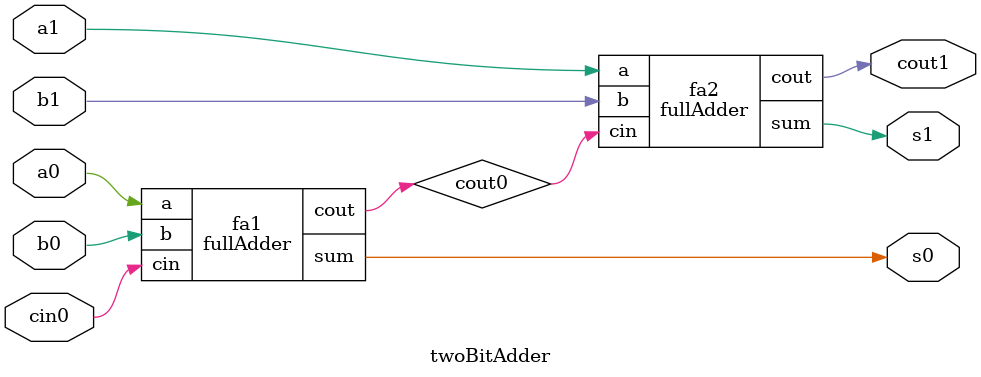
<source format=sv>
`timescale 1ns / 1ps
module fullAdder( input logic a,b,cin, output logic sum,cout);
   assign cout = a & b | ((a ^ b) & cin);
   assign sum = a ^ b ^ cin;
endmodule

module twoBitAdder(
    input logic a0, b0, a1, b1, cin0,
    output logic s0, s1, cout1
    );
    logic cout0;
   
    fullAdder fa1( a0, b0, cin0, s0, cout0);
    fullAdder fa2( a1, b1, cout0, s1, cout1);
endmodule

</source>
